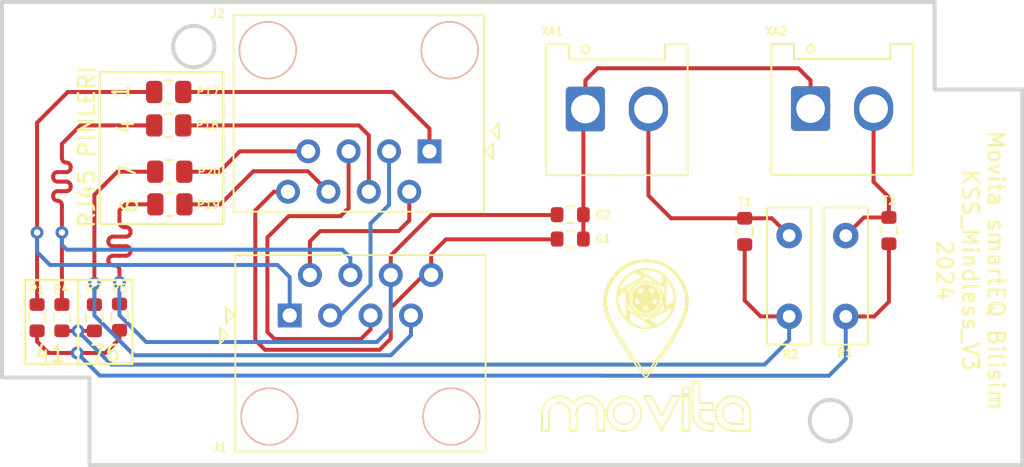
<source format=kicad_pcb>
(kicad_pcb (version 20240108) (generator "pcbnew") (generator_version "8.0")
  (layers (0 "F.Cu" signal) (31 "B.Cu" signal) (34 "B.Paste" user) (35 "F.Paste" user) (36 "B.SilkS" user "B.Silkscreen") (37 "F.SilkS" user "F.Silkscreen") (38 "B.Mask" user) (39 "F.Mask" user) (44 "Edge.Cuts" user))
  (net 0 "")
  (net 1 "Net-(J1-Pad1)")
  (net 2 "Net-(J1-Pad2)")
  (net 3 "Net-(J1-Pad3)")
  (net 4 "Net-(J1-Pad4)")
  (net 5 "Net-(J1-Pad5)")
  (net 6 "Net-(G1-Pad1)")
  (net 7 "Net-(J1-Pad7)")
  (net 8 "Net-(P1-Pad2)")
  (net 9 "Net-(R1-Pad1)")
  (net 10 "Net-(G1-Pad2)")
  (net 11 "Net-(G2-Pad1)")
  (net 12 "Net-(R2-Pad1)")
  (net 13 "Net-(J2-Pad1)")
  (net 14 "Net-(J2-Pad4)")
  (net 15 "Net-(J2-Pad7)")
  (net 16 "Net-(J2-Pad6)")
  (net 17 "Net-(P4-Pad2)")
  (footprint "Resistor_SMD:R_0805_2012Metric" (layer "F.Cu") (at 103.6425 81.71 180)
    (property "Reference" "P17")
    (property "Value" "0R")
  )
  (footprint "Resistor_THT:R_Box_L8.4mm_W2.5mm_P5.08mm" (layer "F.Cu") (at 142.62 90.73 -90)
    (property "Reference" "R2")
    (property "Value" "DNP" (hide yes))
  )
  (footprint "Resistor_SMD:R_0603_1608Metric" (layer "F.Cu") (at 98.97 95.895 -90)
    (property "Reference" "P7")
    (property "Value" "0R" (hide yes))
  )
  (footprint "Resistor_THT:R_Box_L8.4mm_W2.5mm_P5.08mm" (layer "F.Cu") (at 146.18 90.735 -90)
    (property "Reference" "R1")
    (property "Value" "DNP" (hide yes))
  )
  (footprint "Resistor_SMD:R_0603_1608Metric" (layer "F.Cu") (at 100.545 95.855 -90)
    (property "Reference" "P6")
    (property "Value" "0R" (hide yes))
  )
  (footprint "Resistor_SMD:R_0805_2012Metric" (layer "F.Cu") (at 103.6425 83.81 180)
    (property "Reference" "P18")
    (property "Value" "0R")
  )
  (footprint "Resistor_SMD:R_0603_1608Metric" (layer "F.Cu") (at 139.83 90.47 -90)
    (property "Reference" "T1")
    (property "Value" "22R" (hide yes))
  )
  (footprint "Resistor_SMD:R_0603_1608Metric" (layer "F.Cu") (at 148.89 90.42 -90)
    (property "Reference" "T2")
    (property "Value" "22R" (hide yes))
  )
  (footprint "Connector_Hirose:Hirose_DF63M-2P-3.96DSA_1x02_P3.96mm_Vertical" (layer "F.Cu") (at 129.8206 82.7794)
    (property "Reference" "XA1")
    (property "Value" "B2P-VH(LF)(SN) right Angle" (hide yes))
  )
  (footprint "Connector_RJ:RJ45_OST_PJ012-8P8CX_Vertical" (layer "F.Cu") (at 111.2425 95.75)
    (property "Reference" "J1")
    (property "Value" "RJ45" (hide yes))
  )
  (footprint "Connector_RJ:RJ45_OST_PJ012-8P8CX_Vertical" (layer "F.Cu") (at 120.0245 85.4386 180)
    (property "Reference" "J2")
    (property "Value" "RJ45" (hide yes))
  )
  (footprint "Resistor_SMD:R_0805_2012Metric" (layer "F.Cu") (at 103.715 88.77 180)
    (property "Reference" "P19")
    (property "Value" "0R")
  )
  (footprint "Connector_Hirose:Hirose_DF63M-2P-3.96DSA_1x02_P3.96mm_Vertical" (layer "F.Cu") (at 143.9672 82.754)
    (property "Reference" "XA2")
    (property "Value" "B2P-VH(LF)(SN) right Angle" (hide yes))
  )
  (footprint "Resistor_SMD:R_0805_2012Metric" (layer "F.Cu") (at 103.705 86.72 180)
    (property "Reference" "P20")
    (property "Value" "0R")
  )
  (footprint "Resistor_SMD:R_0603_1608Metric" (layer "F.Cu") (at 95.37 95.89 -90)
    (property "Reference" "P1")
    (property "Value" "DNP" (hide yes))
  )
  (footprint "Resistor_SMD:R_0603_1608Metric" (layer "F.Cu") (at 96.93 95.89 -90)
    (property "Reference" "P4")
    (property "Value" "DNP" (hide yes))
  )
  (footprint "Resistor_SMD:R_0603_1608Metric" (layer "F.Cu") (at 128.87 89.42)
    (property "Reference" "G2")
    (property "Value" "DNP" (hide yes))
  )
  (footprint "Resistor_SMD:R_0603_1608Metric" (layer "F.Cu") (at 128.87 90.95)
    (property "Reference" "G1")
    (property "Value" "0R" (hide yes))
  )
  (gr_curve (pts (xy 133.252839 101.4965) (xy 133.309251 101.627154) (xy 133.337472 101.768506) (xy 133.337472 101.920187)) (stroke (width 0.11)) (layer "F.SilkS"))
  (gr_line (start 135.937939 100.272107) (end 136.364116 100.272107) (stroke (width 0.11)) (layer "F.SilkS"))
  (gr_line (start 136.553149 99.954142) (end 136.984121 99.954142) (stroke (width 0.11)) (layer "F.SilkS"))
  (gr_line (start 133.541261 93.348666) (end 132.442234 93.952347) (stroke (width 0.11)) (layer "F.SilkS"))
  (gr_curve (pts (xy 139.862835 101.142967) (xy 139.961301 101.241464) (xy 140.038771 101.356009) (xy 140.095337 101.486786)) (stroke (width 0.11)) (layer "F.SilkS"))
  (gr_rect (start 94.6 93.53) (end 97.95 98.79) (stroke (width 0.15)) (fill none) (layer "F.SilkS"))
  (gr_line (start 133.625313 95.028282) (end 133.333358 95.37622) (stroke (width 0.11)) (layer "F.SilkS"))
  (gr_line (start 133.820916 94.935329) (end 134.099513 95.318785) (stroke (width 0.11)) (layer "F.SilkS"))
  (gr_curve (pts (xy 130.923639 101.486786) (xy 130.980082 101.617562) (xy 131.008426 101.758791) (xy 131.008426 101.910441)) (stroke (width 0.11)) (layer "F.SilkS"))
  (gr_curve (pts (xy 131.819493 94.302529) (xy 131.861763 94.10246) (xy 131.936558 93.90648) (xy 132.046922 93.722151)) (stroke (width 0.11)) (layer "F.SilkS"))
  (gr_line (start 135.937939 103) (end 135.937939 100.825832) (stroke (width 0.11)) (layer "F.SilkS"))
  (gr_curve (pts (xy 133.140387 92.920758) (xy 133.303563 92.877752) (xy 133.474703 92.855876) (xy 133.651028 92.858677)) (stroke (width 0.11)) (layer "F.SilkS"))
  (gr_curve (pts (xy 133.337472 101.920187) (xy 133.337472 102.068732) (xy 133.309251 102.2091) (xy 133.252839 102.341445)) (stroke (width 0.11)) (layer "F.SilkS"))
  (gr_circle (center 133.425933 94.616239) (end 133.454533 94.616239) (stroke (width 0.11)) (fill none) (layer "F.SilkS"))
  (gr_curve (pts (xy 133.781387 96.036458) (xy 134.031068 95.899312) (xy 134.803587 95.474977) (xy 134.803587 95.474977)) (stroke (width 0.11)) (layer "F.SilkS"))
  (gr_line (start 133.825783 94.9046) (end 134.130243 95.323652) (stroke (width 0.11)) (layer "F.SilkS"))
  (gr_curve (pts (xy 136.000872 96.005679) (xy 136.221791 95.494506) (xy 136.332637 94.972488) (xy 136.213721 94.41151)) (stroke (width 0.11)) (layer "F.SilkS"))
  (gr_circle (center 133.501125 94.864698) (end 133.540725 94.864698) (stroke (width 0.11)) (fill none) (layer "F.SilkS"))
  (gr_line (start 133.794286 94.469097) (end 133.755193 93.910045) (stroke (width 0.11)) (layer "F.SilkS"))
  (gr_curve (pts (xy 130.577423 101.910441) (xy 130.577423 101.820152) (xy 130.560484 101.735366) (xy 130.526514 101.656236)) (stroke (width 0.11)) (layer "F.SilkS"))
  (gr_curve (pts (xy 134.1316 101.113916) (xy 134.189733 101.225356) (xy 134.247743 101.338363) (xy 134.305969 101.452908)) (stroke (width 0.11)) (layer "F.SilkS"))
  (gr_curve (pts (xy 133.684888 99.358608) (xy 134.086932 98.808633) (xy 134.49992 98.266313) (xy 134.887669 97.706009)) (stroke (width 0.11)) (layer "F.SilkS"))
  (gr_line (start 134.391827 94.413655) (end 134.4126 94.477587) (stroke (width 0.11)) (layer "F.SilkS"))
  (gr_line (start 134.37601 94.63245) (end 133.954881 94.802598) (stroke (width 0.11)) (layer "F.SilkS"))
  (gr_line (start 132.860693 94.466117) (end 132.881466 94.402185) (stroke (width 0.11)) (layer "F.SilkS"))
  (gr_curve (pts (xy 137.034938 102.167076) (xy 137.068908 102.247897) (xy 137.115636 102.318019) (xy 137.175429 102.377689)) (stroke (width 0.11)) (layer "F.SilkS"))
  (gr_line (start 133.179083 95.325346) (end 133.160296 95.311696) (stroke (width 0.11)) (layer "F.SilkS"))
  (gr_curve (pts (xy 132.855714 102.17679) (xy 132.889561 102.096093) (xy 132.9065 102.010599) (xy 132.9065 101.920187)) (stroke (width 0.11)) (layer "F.SilkS"))
  (gr_circle (center 133.634783 94.688634) (end 133.712956 94.688634) (stroke (width 0.11)) (fill none) (layer "F.SilkS"))
  (gr_curve (pts (xy 139.09536 103) (xy 138.946815 103) (xy 138.806447 102.971779) (xy 138.674102 102.915214)) (stroke (width 0.11)) (layer "F.SilkS"))
  (gr_curve (pts (xy 132.995836 98.580589) (xy 133.201561 98.861356) (xy 133.415434 99.135851) (xy 133.63195 99.42166)) (stroke (width 0.11)) (layer "F.SilkS"))
  (gr_curve (pts (xy 134.620736 102.060555) (xy 134.669124 101.967007) (xy 134.724829 101.859656) (xy 134.787758 101.738594)) (stroke (width 0.11)) (layer "F.SilkS"))
  (gr_curve (pts (xy 135.421443 95.081993) (xy 135.379173 95.282062) (xy 135.304377 95.478043) (xy 135.194013 95.662372)) (stroke (width 0.11)) (layer "F.SilkS"))
  (gr_line (start 133.899201 94.573719) (end 134.391827 94.413655) (stroke (width 0.11)) (layer "F.SilkS"))
  (gr_line (start 132.854323 94.553495) (end 133.373933 94.763431) (stroke (width 0.11)) (layer "F.SilkS"))
  (gr_line (start 135.937939 100.825832) (end 136.364116 100.825832) (stroke (width 0.11)) (layer "F.SilkS"))
  (gr_curve (pts (xy 130.526514 101.656236) (xy 130.492636 101.577198) (xy 130.445816 101.507813) (xy 130.386146 101.447989)) (stroke (width 0.11)) (layer "F.SilkS"))
  (gr_curve (pts (xy 132.504701 102.527926) (xy 132.585276 102.493956) (xy 132.655522 102.447228) (xy 132.715315 102.387435)) (stroke (width 0.11)) (layer "F.SilkS"))
  (gr_line (start 135.264751 100.816118) (end 135.753733 100.816118) (stroke (width 0.11)) (layer "F.SilkS"))
  (gr_curve (pts (xy 136.637935 102.331699) (xy 136.58137 102.199386) (xy 136.553149 102.058987) (xy 136.553149 101.910441)) (stroke (width 0.11)) (layer "F.SilkS"))
  (gr_line (start 129.265138 103) (end 128.834135 103) (stroke (width 0.11)) (layer "F.SilkS"))
  (gr_curve (pts (xy 138.325488 102.680437) (xy 138.225361 102.580402) (xy 138.147061 102.464167) (xy 138.090619 102.331699)) (stroke (width 0.11)) (layer "F.SilkS"))
  (gr_curve (pts (xy 137.221419 102.915214) (xy 137.088982 102.858771) (xy 136.972839 102.780471) (xy 136.872804 102.680437)) (stroke (width 0.11)) (layer "F.SilkS"))
  (gr_curve (pts (xy 129.918867 100.825832) (xy 130.070548 100.825832) (xy 130.2119 100.854053) (xy 130.342554 100.910496)) (stroke (width 0.11)) (layer "F.SilkS"))
  (gr_line (start 134.4126 94.477587) (end 133.919974 94.637651) (stroke (width 0.11)) (layer "F.SilkS"))
  (gr_curve (pts (xy 133.63195 99.42166) (xy 133.657742 99.390918) (xy 133.672406 99.375547) (xy 133.684888 99.358608)) (stroke (width 0.11)) (layer "F.SilkS"))
  (gr_line (start 133.374092 94.562249) (end 133.353319 94.626181) (stroke (width 0.11)) (layer "F.SilkS"))
  (gr_line (start 133.607202 94.401647) (end 133.607202 93.883669) (stroke (width 0.11)) (layer "F.SilkS"))
  (gr_curve (pts (xy 134.974146 101.377867) (xy 135.035507 101.258372) (xy 135.09195 101.147793) (xy 135.143689 101.046191)) (stroke (width 0.11)) (layer "F.SilkS"))
  (gr_curve (pts (xy 132.671723 102.924928) (xy 132.540946 102.981494) (xy 132.399748 103.009715) (xy 132.247944 103.009715)) (stroke (width 0.11)) (layer "F.SilkS"))
  (gr_line (start 140.18 103) (end 139.09536 103) (stroke (width 0.11)) (layer "F.SilkS"))
  (gr_curve (pts (xy 127.175757 101.486786) (xy 127.232199 101.356009) (xy 127.309638 101.241464) (xy 127.408105 101.142967)) (stroke (width 0.11)) (layer "F.SilkS"))
  (gr_line (start 136.364116 100.825832) (end 136.364116 103) (stroke (width 0.11)) (layer "F.SilkS"))
  (gr_line (start 133.954881 94.802598) (end 134.195571 95.187782) (stroke (width 0.11)) (layer "F.SilkS"))
  (gr_line (start 134.802738 95.296296) (end 134.829449 94.04267) (stroke (width 0.11)) (layer "F.SilkS"))
  (gr_curve (pts (xy 132.437348 93.909545) (xy 132.437348 93.909545) (xy 132.040133 94.132909) (xy 131.880178 94.222855)) (stroke (width 0.11)) (layer "F.SilkS"))
  (gr_circle (center 133.84637 94.624647) (end 133.88597 94.624647) (stroke (width 0.11)) (fill none) (layer "F.SilkS"))
  (gr_line (start 136.984121 99.954142) (end 136.984121 101.261631) (stroke (width 0.11)) (layer "F.SilkS"))
  (gr_circle (center 133.639312 94.467629) (end 133.667912 94.467629) (stroke (width 0.11)) (fill none) (layer "F.SilkS"))
  (gr_curve (pts (xy 134.127626 96.440629) (xy 133.96445 96.483635) (xy 133.793309 96.505512) (xy 133.616985 96.50271)) (stroke (width 0.11)) (layer "F.SilkS"))
  (gr_curve (pts (xy 139.349597 101.307621) (xy 139.270467 101.273743) (xy 139.18568 101.256835) (xy 139.09536 101.256835)) (stroke (width 0.11)) (layer "F.SilkS"))
  (gr_arc (start 133.802837 93.960623) (mid 134.072015 94.086835) (end 134.275229 94.303838) (stroke (width 0.11)) (layer "F.SilkS"))
  (gr_curve (pts (xy 128.175579 100.825832) (xy 128.356435 100.825832) (xy 128.521919 100.865336) (xy 128.672032 100.944466)) (stroke (width 0.11)) (layer "F.SilkS"))
  (gr_curve (pts (xy 136.984121 101.910441) (xy 136.984121 102.000885) (xy 137.00106 102.086501) (xy 137.034938 102.167076)) (stroke (width 0.11)) (layer "F.SilkS"))
  (gr_curve (pts (xy 131.2571 93.783584) (xy 131.010617 94.304214) (xy 130.914522 94.850538) (xy 131.056131 95.422621)) (stroke (width 0.11)) (layer "F.SilkS"))
  (gr_line (start 135.753733 100.816118) (end 134.620736 102.995174) (stroke (width 0.11)) (layer "F.SilkS"))
  (gr_curve (pts (xy 134.687663 93.851137) (xy 134.44405 93.70348) (xy 133.690306 93.246627) (xy 133.690306 93.246627)) (stroke (width 0.11)) (layer "F.SilkS"))
  (gr_curve (pts (xy 136.213721 94.41151) (xy 135.977793 93.298009) (xy 135.082435 92.435543) (xy 133.996436 92.289157)) (stroke (width 0.11)) (layer "F.SilkS"))
  (gr_line (start 133.674424 93.883669) (end 133.674424 94.401647) (stroke (width 0.11)) (layer "F.SilkS"))
  (gr_curve (pts (xy 139.09536 101.256835) (xy 139.004948 101.256835) (xy 138.919331 101.273743) (xy 138.838757 101.307621)) (stroke (width 0.11)) (layer "F.SilkS"))
  (gr_curve (pts (xy 138.674102 102.915214) (xy 138.541666 102.858771) (xy 138.425399 102.780471) (xy 138.325488 102.680437)) (stroke (width 0.11)) (layer "F.SilkS"))
  (gr_curve (pts (xy 138.487621 101.656236) (xy 138.453743 101.735366) (xy 138.436805 101.820152) (xy 138.436805 101.910441)) (stroke (width 0.11)) (layer "F.SilkS"))
  (gr_curve (pts (xy 133.017939 102.690059) (xy 132.917782 102.790186) (xy 132.802499 102.868486) (xy 132.671723 102.924928)) (stroke (width 0.11)) (layer "F.SilkS"))
  (gr_curve (pts (xy 138.487621 102.167076) (xy 138.521591 102.247897) (xy 138.568319 102.318019) (xy 138.628112 102.377689)) (stroke (width 0.11)) (layer "F.SilkS"))
  (gr_curve (pts (xy 133.996436 92.289157) (xy 132.849139 92.134573) (xy 131.758072 92.725668) (xy 131.2571 93.783584)) (stroke (width 0.11)) (layer "F.SilkS"))
  (gr_curve (pts (xy 138.838757 102.518211) (xy 138.919331 102.552058) (xy 139.004948 102.568997) (xy 139.09536 102.568997)) (stroke (width 0.11)) (layer "F.SilkS"))
  (gr_curve (pts (xy 127.09097 101.910441) (xy 127.09097 101.758791) (xy 127.119191 101.617562) (xy 127.175757 101.486786)) (stroke (width 0.11)) (layer "F.SilkS"))
  (gr_curve (pts (xy 136.099704 94.398352) (xy 135.875011 93.337875) (xy 135.022288 92.516479) (xy 133.988004 92.377064)) (stroke (width 0.11)) (layer "F.SilkS"))
  (gr_curve (pts (xy 131.640297 102.17679) (xy 131.674175 102.257488) (xy 131.720995 102.327764) (xy 131.780696 102.387435)) (stroke (width 0.11)) (layer "F.SilkS"))
  (gr_curve (pts (xy 138.436805 101.910441) (xy 138.436805 102.000885) (xy 138.453743 102.086501) (xy 138.487621 102.167076)) (stroke (width 0.11)) (layer "F.SilkS"))
  (gr_curve (pts (xy 131.860742 94.460066) (xy 131.922217 94.427463) (xy 132.275627 94.240034) (xy 132.42541 94.160597)) (stroke (width 0.11)) (layer "F.SilkS"))
  (gr_curve (pts (xy 131.568484 96.326799) (xy 131.972219 97.12563) (xy 132.470117 97.862578) (xy 132.995836 98.580589)) (stroke (width 0.11)) (layer "F.SilkS"))
  (gr_curve (pts (xy 131.640297 101.66595) (xy 131.606327 101.74508) (xy 131.589388 101.829867) (xy 131.589388 101.920187)) (stroke (width 0.11)) (layer "F.SilkS"))
  (gr_line (start 133.674424 94.401647) (end 133.607202 94.401647) (stroke (width 0.11)) (layer "F.SilkS"))
  (gr_line (start 134.338056 94.33352) (end 133.794286 94.469097) (stroke (width 0.11)) (layer "F.SilkS"))
  (gr_line (start 133.802129 94.948979) (end 133.820916 94.935329) (stroke (width 0.11)) (layer "F.SilkS"))
  (gr_line (start 136.984121 101.261631) (end 137.855719 101.261631) (stroke (width 0.11)) (layer "F.SilkS"))
  (gr_curve (pts (xy 131.248121 102.341445) (xy 131.191556 102.2091) (xy 131.163335 102.068732) (xy 131.163335 101.920187)) (stroke (width 0.11)) (layer "F.SilkS"))
  (gr_line (start 132.540015 95.439184) (end 133.612331 96.089129) (stroke (width 0.11)) (layer "F.SilkS"))
  (gr_curve (pts (xy 129.456415 101.447989) (xy 129.396622 101.507813) (xy 129.349894 101.577198) (xy 129.316047 101.656236)) (stroke (width 0.11)) (layer "F.SilkS"))
  (gr_curve (pts (xy 131.780696 101.457734) (xy 131.720995 101.517528) (xy 131.674175 101.586943) (xy 131.640297 101.66595)) (stroke (width 0.11)) (layer "F.SilkS"))
  (gr_line (start 133.373933 94.763431) (end 133.076957 95.238692) (stroke (width 0.11)) (layer "F.SilkS"))
  (gr_line (start 133.34637 94.576374) (end 133.339194 94.598459) (stroke (width 0.11)) (layer "F.SilkS"))
  (gr_line (start 129.265138 101.910441) (end 129.265138 103) (stroke (width 0.11)) (layer "F.SilkS"))
  (gr_curve (pts (xy 138.005832 101.910441) (xy 138.005832 101.758791) (xy 138.034053 101.617562) (xy 138.090619 101.486786)) (stroke (width 0.11)) (layer "F.SilkS"))
  (gr_circle (center 133.425933 94.616239) (end 133.465533 94.616239) (stroke (width 0.11)) (fill none) (layer "F.SilkS"))
  (gr_curve (pts (xy 133.616985 96.50271) (xy 133.217791 96.496349) (xy 132.846238 96.365762) (xy 132.557364 96.149001)) (stroke (width 0.11)) (layer "F.SilkS"))
  (gr_line (start 132.92642 92.963561) (end 133.541261 93.348666) (stroke (width 0.11)) (layer "F.SilkS"))
  (gr_curve (pts (xy 135.360757 95.161667) (xy 135.316413 95.324485) (xy 135.249789 95.483635) (xy 135.1592 95.634936)) (stroke (width 0.11)) (layer "F.SilkS"))
  (gr_curve (pts (xy 137.175429 102.377689) (xy 137.23513 102.437513) (xy 137.305375 102.484333) (xy 137.386073 102.518211)) (stroke (width 0.11)) (layer "F.SilkS"))
  (gr_line (start 133.926923 94.587844) (end 134.377702 94.441377) (stroke (width 0.11)) (layer "F.SilkS"))
  (gr_curve (pts (xy 132.431973 96.058159) (xy 132.279843 95.921518) (xy 132.147517 95.758753) (xy 132.043065 95.57101)) (stroke (width 0.11)) (layer "F.SilkS"))
  (gr_curve (pts (xy 132.084232 95.554579) (xy 131.890144 95.205686) (xy 131.817459 94.818619) (xy 131.860742 94.460066)) (stroke (width 0.11)) (layer "F.SilkS"))
  (gr_curve (pts (xy 129.0473 101.266427) (xy 129.147335 101.130855) (xy 129.273162 101.023626) (xy 129.424966 100.944466)) (stroke (width 0.11)) (layer "F.SilkS"))
  (gr_line (start 135.443669 94.956381) (end 134.802738 95.296296) (stroke (width 0.11)) (layer "F.SilkS"))
  (gr_line (start 132.513924 96.164204) (end 132.540015 95.439184) (stroke (width 0.11)) (layer "F.SilkS"))
  (gr_curve (pts (xy 134.323068 96.37574) (xy 134.264096 96.338803) (xy 133.925073 96.126456) (xy 133.781387 96.036458)) (stroke (width 0.11)) (layer "F.SilkS"))
  (gr_curve (pts (xy 127.408105 101.142967) (xy 127.506602 101.0445) (xy 127.621977 100.967061) (xy 127.754321 100.910496)) (stroke (width 0.11)) (layer "F.SilkS"))
  (gr_rect (start 97.95 93.53) (end 101.36 98.79) (stroke (width 0.15)) (fill none) (layer "F.SilkS"))
  (gr_line (start 133.492381 100.816118) (end 133.976691 100.816118) (stroke (width 0.11)) (layer "F.SilkS"))
  (gr_line (start 133.514373 93.910045) (end 133.47528 94.469097) (stroke (width 0.11)) (layer "F.SilkS"))
  (gr_rect (start 99.3 80.47) (end 107.07 90) (stroke (width 0.15)) (fill none) (layer "F.SilkS"))
  (gr_line (start 134.754089 93.197183) (end 134.727998 93.922203) (stroke (width 0.11)) (layer "F.SilkS"))
  (gr_curve (pts (xy 132.247944 103.009715) (xy 132.099522 103.009715) (xy 131.959031 102.981494) (xy 131.826686 102.924928)) (stroke (width 0.11)) (layer "F.SilkS"))
  (gr_curve (pts (xy 127.754321 100.910496) (xy 127.886666 100.854053) (xy 128.027157 100.825832) (xy 128.175579 100.825832)) (stroke (width 0.11)) (layer "F.SilkS"))
  (gr_line (start 133.834521 94.413719) (end 134.275229 94.303838) (stroke (width 0.11)) (layer "F.SilkS"))
  (gr_line (start 133.265084 95.389135) (end 133.625313 94.959831) (stroke (width 0.11)) (layer "F.SilkS"))
  (gr_arc (start 133.985542 95.389135) (mid 133.625313 95.476313) (end 133.265084 95.389135) (stroke (width 0.11)) (layer "F.SilkS"))
  (gr_line (start 133.629202 94.379647) (end 133.629202 93.905669) (stroke (width 0.11)) (layer "F.SilkS"))
  (gr_line (start 140.18 101.910441) (end 140.18 103) (stroke (width 0.11)) (layer "F.SilkS"))
  (gr_line (start 133.353319 94.626181) (end 132.860693 94.466117) (stroke (width 0.11)) (layer "F.SilkS"))
  (gr_circle (center 133.84637 94.624647) (end 133.87497 94.624647) (stroke (width 0.11)) (fill none) (layer "F.SilkS"))
  (gr_line (start 133.934099 94.609929) (end 133.926923 94.587844) (stroke (width 0.11)) (layer "F.SilkS"))
  (gr_curve (pts (xy 129.664661 101.307621) (xy 129.585531 101.341468) (xy 129.516116 101.388319) (xy 129.456415 101.447989)) (stroke (width 0.11)) (layer "F.SilkS"))
  (gr_curve (pts (xy 133.459548 93.348064) (xy 133.209867 93.485211) (xy 132.437348 93.909545) (xy 132.437348 93.909545)) (stroke (width 0.11)) (layer "F.SilkS"))
  (gr_line (start 133.438893 94.92824) (end 133.45768 94.94189) (stroke (width 0.11)) (layer "F.SilkS"))
  (gr_line (start 133.629202 93.905669) (end 133.652424 93.905669) (stroke (width 0.11)) (layer "F.SilkS"))
  (gr_curve (pts (xy 131.480469 102.690059) (xy 131.382003 102.590025) (xy 131.304533 102.473881) (xy 131.248121 102.341445)) (stroke (width 0.11)) (layer "F.SilkS"))
  (gr_circle (center 133.634783 94.688634) (end 134.721788 94.688634) (stroke (width 0.11)) (fill none) (layer "F.SilkS"))
  (gr_curve (pts (xy 138.628112 102.377689) (xy 138.687782 102.437513) (xy 138.757936 102.484333) (xy 138.838757 102.518211)) (stroke (width 0.11)) (layer "F.SilkS"))
  (gr_curve (pts (xy 133.651028 92.858677) (xy 134.050222 92.865039) (xy 134.421775 92.995625) (xy 134.710649 93.212386)) (stroke (width 0.11)) (layer "F.SilkS"))
  (gr_arc (start 134.37601 94.63245) (mid 134.33915 94.927454) (end 134.195571 95.187782) (stroke (width 0.11)) (layer "F.SilkS"))
  (gr_curve (pts (xy 134.226969 96.453348) (xy 134.032569 96.516775) (xy 133.825447 96.549991) (xy 133.610631 96.546577)) (stroke (width 0.11)) (layer "F.SilkS"))
  (gr_curve (pts (xy 131.99131 102.527926) (xy 132.072007 102.561803) (xy 132.157624 102.578742) (xy 132.247944 102.578742)) (stroke (width 0.11)) (layer "F.SilkS"))
  (gr_line (start 133.47528 94.469097) (end 132.93151 94.33352) (stroke (width 0.11)) (layer "F.SilkS"))
  (gr_curve (pts (xy 128.783349 101.656236) (xy 128.749471 101.577198) (xy 128.702651 101.507813) (xy 128.64295 101.447989)) (stroke (width 0.11)) (layer "F.SilkS"))
  (gr_curve (pts (xy 138.674102 100.910496) (xy 138.806447 100.854053) (xy 138.946815 100.825832) (xy 139.09536 100.825832)) (stroke (width 0.11)) (layer "F.SilkS"))
  (gr_curve (pts (xy 132.247944 101.266427) (xy 132.157624 101.266427) (xy 132.072007 101.283366) (xy 131.99131 101.317336)) (stroke (width 0.11)) (layer "F.SilkS"))
  (gr_curve (pts (xy 132.557364 96.149001) (xy 132.559866 96.079461) (xy 132.574253 95.679685) (xy 132.58035 95.51025)) (stroke (width 0.11)) (layer "F.SilkS"))
  (gr_circle (center 133.634783 94.688634) (end 133.700783 94.688634) (stroke (width 0.11)) (fill none) (layer "F.SilkS"))
  (gr_curve (pts (xy 134.887669 97.706009) (xy 135.277478 97.142662) (xy 135.623203 96.550294) (xy 135.896991 95.916608)) (stroke (width 0.11)) (layer "F.SilkS"))
  (gr_curve (pts (xy 132.046922 93.722151) (xy 132.260917 93.364775) (xy 132.576976 93.10107) (xy 132.92642 92.963561)) (stroke (width 0.11)) (layer "F.SilkS"))
  (gr_line (start 134.620736 102.995174) (end 133.492381 100.816118) (stroke (width 0.11)) (layer "F.SilkS"))
  (gr_curve (pts (xy 132.715315 102.387435) (xy 132.775016 102.327764) (xy 132.821836 102.257488) (xy 132.855714 102.17679)) (stroke (width 0.11)) (layer "F.SilkS"))
  (gr_curve (pts (xy 134.844115 95.225832) (xy 134.850184 94.941028) (xy 134.868959 94.05984) (xy 134.868959 94.05984)) (stroke (width 0.11)) (layer "F.SilkS"))
  (gr_curve (pts (xy 139.519047 100.910496) (xy 139.649792 100.967061) (xy 139.764368 101.0445) (xy 139.862835 101.142967)) (stroke (width 0.11)) (layer "F.SilkS"))
  (gr_curve (pts (xy 135.143689 101.046191) (xy 135.195212 100.944466) (xy 135.235699 100.867734) (xy 135.264751 100.816118)) (stroke (width 0.11)) (layer "F.SilkS"))
  (gr_line (start 134.727998 93.922203) (end 133.655681 93.272258) (stroke (width 0.11)) (layer "F.SilkS"))
  (gr_curve (pts (xy 134.941084 97.884549) (xy 135.350383 97.293034) (xy 135.713394 96.671048) (xy 136.000872 96.005679)) (stroke (width 0.11)) (layer "F.SilkS"))
  (gr_curve (pts (xy 138.838757 101.307621) (xy 138.757936 101.341468) (xy 138.687782 101.388319) (xy 138.628112 101.447989)) (stroke (width 0.11)) (layer "F.SilkS"))
  (gr_curve (pts (xy 131.187713 95.361315) (xy 131.271639 95.700307) (xy 131.412038 96.01735) (xy 131.568484 96.326799)) (stroke (width 0.11)) (layer "F.SilkS"))
  (gr_line (start 127.09097 103) (end 127.09097 101.910441) (stroke (width 0.11)) (layer "F.SilkS"))
  (gr_line (start 136.364116 103) (end 135.937939 103) (stroke (width 0.11)) (layer "F.SilkS"))
  (gr_curve (pts (xy 129.424966 100.944466) (xy 129.576616 100.865336) (xy 129.74127 100.825832) (xy 129.918867 100.825832)) (stroke (width 0.11)) (layer "F.SilkS"))
  (gr_line (start 133.308832 94.784584) (end 132.887704 94.614437) (stroke (width 0.11)) (layer "F.SilkS"))
  (gr_line (start 132.994335 94.303837) (end 133.435046 94.413719) (stroke (width 0.11)) (layer "F.SilkS"))
  (gr_curve (pts (xy 131.780696 102.387435) (xy 131.840366 102.447228) (xy 131.910612 102.493956) (xy 131.99131 102.527926)) (stroke (width 0.11)) (layer "F.SilkS"))
  (gr_line (start 135.937939 103) (end 135.937939 100.825832) (stroke (width 0.11)) (layer "F.SilkS"))
  (gr_line (start 139.74912 102.568997) (end 139.74912 101.910441) (stroke (width 0.11)) (layer "F.SilkS"))
  (gr_line (start 136.984121 101.692604) (end 136.984121 101.910441) (stroke (width 0.11)) (layer "F.SilkS"))
  (gr_arc (start 133.068141 95.169769) (mid 132.924565 94.90944) (end 132.887704 94.614437) (stroke (width 0.11)) (layer "F.SilkS"))
  (gr_line (start 132.881466 94.402185) (end 133.374092 94.562249) (stroke (width 0.11)) (layer "F.SilkS"))
  (gr_curve (pts (xy 127.921374 101.307621) (xy 127.842244 101.341468) (xy 127.772951 101.388319) (xy 127.71325 101.447989)) (stroke (width 0.11)) (layer "F.SilkS"))
  (gr_line (start 133.655681 93.272258) (end 133.041044 92.90804) (stroke (width 0.11)) (layer "F.SilkS"))
  (gr_curve (pts (xy 131.589388 101.920187) (xy 131.589388 102.010599) (xy 131.606327 102.096093) (xy 131.640297 102.17679)) (stroke (width 0.11)) (layer "F.SilkS"))
  (gr_curve (pts (xy 131.056131 95.422621) (xy 131.144253 95.778563) (xy 131.291671 96.111457) (xy 131.45594 96.436379)) (stroke (width 0.11)) (layer "F.SilkS"))
  (gr_curve (pts (xy 135.185293 93.831849) (xy 135.379381 94.180743) (xy 135.452067 94.56781) (xy 135.408783 94.926363)) (stroke (width 0.11)) (layer "F.SilkS"))
  (gr_curve (pts (xy 131.826686 102.924928) (xy 131.694342 102.868486) (xy 131.578936 102.790186) (xy 131.480469 102.690059)) (stroke (width 0.11)) (layer "F.SilkS"))
  (gr_curve (pts (xy 133.017939 101.152712) (xy 133.117974 101.251179) (xy 133.196274 101.365754) (xy 133.252839 101.4965)) (stroke (width 0.11)) (layer "F.SilkS"))
  (gr_curve (pts (xy 139.557812 101.447989) (xy 139.498019 101.388319) (xy 139.428604 101.341468) (xy 139.349597 101.307621)) (stroke (width 0.11)) (layer "F.SilkS"))
  (gr_curve (pts (xy 128.672032 100.944466) (xy 128.822115 101.023626) (xy 128.947142 101.130855) (xy 129.0473 101.266427)) (stroke (width 0.11)) (layer "F.SilkS"))
  (gr_curve (pts (xy 130.175501 101.307621) (xy 130.094804 101.273743) (xy 130.009187 101.256835) (xy 129.918867 101.256835)) (stroke (width 0.11)) (layer "F.SilkS"))
  (gr_curve (pts (xy 132.671723 100.92021) (xy 132.802499 100.976776) (xy 132.917782 101.054245) (xy 133.017939 101.152712)) (stroke (width 0.11)) (layer "F.SilkS"))
  (gr_curve (pts (xy 133.252839 102.341445) (xy 133.196274 102.473881) (xy 133.117974 102.590025) (xy 133.017939 102.690059)) (stroke (width 0.11)) (layer "F.SilkS"))
  (gr_line (start 131.008426 101.910441) (end 131.008426 103) (stroke (width 0.11)) (layer "F.SilkS"))
  (gr_curve (pts (xy 133.690306 93.246627) (xy 133.690306 93.246627) (xy 133.29826 93.01431) (xy 133.140387 92.920758)) (stroke (width 0.11)) (layer "F.SilkS"))
  (gr_curve (pts (xy 131.45594 96.436379) (xy 131.879861 97.275152) (xy 132.402654 98.048947) (xy 132.954659 98.802858)) (stroke (width 0.11)) (layer "F.SilkS"))
  (gr_curve (pts (xy 134.803587 95.474977) (xy 134.803587 95.474977) (xy 135.200802 95.251614) (xy 135.360757 95.161667)) (stroke (width 0.11)) (layer "F.SilkS"))
  (gr_line (start 133.068141 95.169769) (end 133.308832 94.784584) (stroke (width 0.11)) (layer "F.SilkS"))
  (gr_line (start 137.855719 103) (end 137.642677 103) (stroke (width 0.11)) (layer "F.SilkS"))
  (gr_curve (pts (xy 135.1592 95.634936) (xy 134.954094 95.977468) (xy 134.655226 96.233948) (xy 134.323068 96.37574)) (stroke (width 0.11)) (layer "F.SilkS"))
  (gr_line (start 133.7714 94.944112) (end 133.825783 94.9046) (stroke (width 0.11)) (layer "F.SilkS"))
  (gr_curve (pts (xy 132.504701 101.317336) (xy 132.424004 101.283366) (xy 132.338356 101.266427) (xy 132.247944 101.266427)) (stroke (width 0.11)) (layer "F.SilkS"))
  (gr_curve (pts (xy 128.64295 101.447989) (xy 128.583157 101.388319) (xy 128.512911 101.341468) (xy 128.432337 101.307621)) (stroke (width 0.11)) (layer "F.SilkS"))
  (gr_line (start 136.553149 101.910441) (end 136.553149 99.954142) (stroke (width 0.11)) (layer "F.SilkS"))
  (gr_curve (pts (xy 131.826686 100.92021) (xy 131.959031 100.863768) (xy 132.099522 100.835455) (xy 132.247944 100.835455)) (stroke (width 0.11)) (layer "F.SilkS"))
  (gr_line (start 133.129566 95.316563) (end 133.434026 94.897511) (stroke (width 0.11)) (layer "F.SilkS"))
  (gr_curve (pts (xy 131.248121 101.4965) (xy 131.304533 101.365754) (xy 131.382003 101.251179) (xy 131.480469 101.152712)) (stroke (width 0.11)) (layer "F.SilkS"))
  (gr_curve (pts (xy 134.876209 93.420662) (xy 134.995042 93.540474) (xy 135.099558 93.677747) (xy 135.185293 93.831849)) (stroke (width 0.11)) (layer "F.SilkS"))
  (gr_curve (pts (xy 129.918867 101.256835) (xy 129.828455 101.256835) (xy 129.743668 101.273743) (xy 129.664661 101.307621)) (stroke (width 0.11)) (layer "F.SilkS"))
  (gr_curve (pts (xy 133.657381 92.81481) (xy 134.073875 92.821447) (xy 134.46028 92.96331) (xy 134.754089 93.197183)) (stroke (width 0.11)) (layer "F.SilkS"))
  (gr_line (start 132.440077 95.343758) (end 132.431973 96.058159) (stroke (width 0.11)) (layer "F.SilkS"))
  (gr_line (start 136.364116 100.68279) (end 135.937939 100.68279) (stroke (width 0.11)) (layer "F.SilkS"))
  (gr_circle (center 133.634783 94.688634) (end 134.470783 94.688634) (stroke (width 0.11)) (fill none) (layer "F.SilkS"))
  (gr_curve (pts (xy 131.163335 101.920187) (xy 131.163335 101.768506) (xy 131.191556 101.627154) (xy 131.248121 101.4965)) (stroke (width 0.11)) (layer "F.SilkS"))
  (gr_curve (pts (xy 139.698211 101.656236) (xy 139.664333 101.577198) (xy 139.617513 101.507813) (xy 139.557812 101.447989)) (stroke (width 0.11)) (layer "F.SilkS"))
  (gr_curve (pts (xy 130.688739 101.142967) (xy 130.788774 101.241464) (xy 130.867074 101.356009) (xy 130.923639 101.486786)) (stroke (width 0.11)) (layer "F.SilkS"))
  (gr_curve (pts (xy 137.386073 102.518211) (xy 137.466648 102.552058) (xy 137.552264 102.568997) (xy 137.642677 102.568997)) (stroke (width 0.11)) (layer "F.SilkS"))
  (gr_line (start 137.642677 102.568997) (end 137.855719 102.568997) (stroke (width 0.11)) (layer "F.SilkS"))
  (gr_circle (center 133.761022 94.870092) (end 133.800622 94.870092) (stroke (width 0.11)) (fill none) (layer "F.SilkS"))
  (gr_line (start 130.577423 103) (end 130.577423 101.910441) (stroke (width 0.11)) (layer "F.SilkS"))
  (gr_arc (start 133.917268 95.376221) (mid 133.625313 95.432327) (end 133.333358 95.37622) (stroke (width 0.11)) (layer "F.SilkS"))
  (gr_curve (pts (xy 133.988004 92.377064) (xy 132.89534 92.229841) (xy 131.856229 92.792789) (xy 131.379113 93.800328)) (stroke (width 0.11)) (layer "F.SilkS"))
  (gr_curve (pts (xy 132.081735 93.749586) (xy 132.286842 93.407055) (xy 132.585709 93.150574) (xy 132.917867 93.008782)) (stroke (width 0.11)) (layer "F.SilkS"))
  (gr_curve (pts (xy 134.868959 94.05984) (xy 134.868959 94.05984) (xy 134.874128 93.60416) (xy 134.876209 93.420662)) (stroke (width 0.11)) (layer "F.SilkS"))
  (gr_line (start 134.075859 95.363164) (end 133.7714 94.944112) (stroke (width 0.11)) (layer "F.SilkS"))
  (gr_curve (pts (xy 132.247944 100.835455) (xy 132.399748 100.835455) (xy 132.540946 100.863768) (xy 132.671723 100.92021)) (stroke (width 0.11)) (layer "F.SilkS"))
  (gr_line (start 133.917268 95.376221) (end 133.625313 95.028282) (stroke (width 0.11)) (layer "F.SilkS"))
  (gr_line (start 133.607202 93.883669) (end 133.674424 93.883669) (stroke (width 0.11)) (layer "F.SilkS"))
  (gr_curve (pts (xy 140.095337 101.486786) (xy 140.151779 101.617562) (xy 140.18 101.758791) (xy 140.18 101.910441)) (stroke (width 0.11)) (layer "F.SilkS"))
  (gr_curve (pts (xy 132.043065 95.57101) (xy 131.840566 95.206997) (xy 131.77022 94.80143) (xy 131.825856 94.430047)) (stroke (width 0.11)) (layer "F.SilkS"))
  (gr_line (start 133.339194 94.598459) (end 132.888415 94.451992) (stroke (width 0.11)) (layer "F.SilkS"))
  (gr_curve (pts (xy 135.408783 94.926363) (xy 135.347308 94.958965) (xy 134.993899 95.146395) (xy 134.844115 95.225832)) (stroke (width 0.11)) (layer "F.SilkS"))
  (gr_curve (pts (xy 133.678164 99.619778) (xy 134.10031 99.042305) (xy 134.533948 98.472869) (xy 134.941084 97.884549)) (stroke (width 0.11)) (layer "F.SilkS"))
  (gr_curve (pts (xy 132.400567 95.326588) (xy 132.400567 95.326588) (xy 132.395398 95.782269) (xy 132.393316 95.965767)) (stroke (width 0.11)) (layer "F.SilkS"))
  (gr_curve (pts (xy 128.175579 101.256835) (xy 128.085167 101.256835) (xy 128.000503 101.273743) (xy 127.921374 101.307621)) (stroke (width 0.11)) (layer "F.SilkS"))
  (gr_curve (pts (xy 133.976691 100.816118) (xy 134.021851 100.903302) (xy 134.073497 101.002599) (xy 134.1316 101.113916)) (stroke (width 0.11)) (layer "F.SilkS"))
  (gr_curve (pts (xy 134.837552 93.328269) (xy 134.989682 93.464911) (xy 135.122008 93.627676) (xy 135.22646 93.815418)) (stroke (width 0.11)) (layer "F.SilkS"))
  (gr_curve (pts (xy 138.090619 101.486786) (xy 138.147061 101.356009) (xy 138.225361 101.241464) (xy 138.325488 101.142967)) (stroke (width 0.11)) (layer "F.SilkS"))
  (gr_line (start 131.008426 103) (end 130.577423 103) (stroke (width 0.11)) (layer "F.SilkS"))
  (gr_curve (pts (xy 132.855714 101.66595) (xy 132.821836 101.586943) (xy 132.775016 101.517528) (xy 132.715315 101.457734)) (stroke (width 0.11)) (layer "F.SilkS"))
  (gr_arc (start 134.40939 94.571509) (mid 134.381005 94.941054) (end 134.186756 95.256706) (stroke (width 0.11)) (layer "F.SilkS"))
  (gr_line (start 127.521973 101.910441) (end 127.521973 103) (stroke (width 0.11)) (layer "F.SilkS"))
  (gr_curve (pts (xy 128.432337 101.307621) (xy 128.351516 101.273743) (xy 128.266022 101.256835) (xy 128.175579 101.256835)) (stroke (width 0.11)) (layer "F.SilkS"))
  (gr_line (start 133.652424 94.379647) (end 133.629202 94.379647) (stroke (width 0.11)) (layer "F.SilkS"))
  (gr_curve (pts (xy 131.880178 94.222855) (xy 131.924522 94.060037) (xy 131.991147 93.900887) (xy 132.081735 93.749586)) (stroke (width 0.11)) (layer "F.SilkS"))
  (gr_curve (pts (xy 138.628112 101.447989) (xy 138.568319 101.507813) (xy 138.521591 101.577198) (xy 138.487621 101.656236)) (stroke (width 0.11)) (layer "F.SilkS"))
  (gr_curve (pts (xy 135.194013 95.662372) (xy 134.980018 96.019748) (xy 134.663959 96.283453) (xy 134.314515 96.420962)) (stroke (width 0.11)) (layer "F.SilkS"))
  (gr_curve (pts (xy 132.393316 95.965767) (xy 132.274484 95.845955) (xy 132.169968 95.708681) (xy 132.084232 95.554579)) (stroke (width 0.11)) (layer "F.SilkS"))
  (gr_line (start 134.384878 94.463462) (end 133.934099 94.609929) (stroke (width 0.11)) (layer "F.SilkS"))
  (gr_circle (center 133.501125 94.864698) (end 133.529725 94.864698) (stroke (width 0.11)) (fill none) (layer "F.SilkS"))
  (gr_line (start 136.364116 100.272107) (end 136.364116 100.68279) (stroke (width 0.11)) (layer "F.SilkS"))
  (gr_line (start 134.377702 94.441377) (end 134.384878 94.463462) (stroke (width 0.11)) (layer "F.SilkS"))
  (gr_circle (center 133.761022 94.870092) (end 133.789622 94.870092) (stroke (width 0.11)) (fill none) (layer "F.SilkS"))
  (gr_line (start 133.652424 93.905669) (end 133.652424 94.379647) (stroke (width 0.11)) (layer "F.SilkS"))
  (gr_curve (pts (xy 133.610631 96.546577) (xy 133.194137 96.53994) (xy 132.807733 96.398078) (xy 132.513924 96.164204)) (stroke (width 0.11)) (layer "F.SilkS"))
  (gr_curve (pts (xy 132.917867 93.008782) (xy 132.976839 93.045719) (xy 133.315862 93.258067) (xy 133.459548 93.348064)) (stroke (width 0.11)) (layer "F.SilkS"))
  (gr_line (start 133.802837 93.960623) (end 133.834521 94.413719) (stroke (width 0.11)) (layer "F.SilkS"))
  (gr_line (start 134.798702 95.432176) (end 135.421443 95.081993) (stroke (width 0.11)) (layer "F.SilkS"))
  (gr_curve (pts (xy 134.710649 93.212386) (xy 134.708146 93.281926) (xy 134.69376 93.681703) (xy 134.687663 93.851137)) (stroke (width 0.11)) (layer "F.SilkS"))
  (gr_line (start 127.521973 103) (end 127.09097 103) (stroke (width 0.11)) (layer "F.SilkS"))
  (gr_line (start 133.18395 95.356075) (end 133.129566 95.316563) (stroke (width 0.11)) (layer "F.SilkS"))
  (gr_line (start 133.45768 94.94189) (end 133.179083 95.325346) (stroke (width 0.11)) (layer "F.SilkS"))
  (gr_curve (pts (xy 135.896991 95.916608) (xy 136.107389 95.429778) (xy 136.212958 94.932618) (xy 136.099704 94.398352)) (stroke (width 0.11)) (layer "F.SilkS"))
  (gr_curve (pts (xy 137.642677 103) (xy 137.494131 103) (xy 137.353763 102.971779) (xy 137.221419 102.915214)) (stroke (width 0.11)) (layer "F.SilkS"))
  (gr_curve (pts (xy 138.325488 101.142967) (xy 138.425399 101.0445) (xy 138.541666 100.967061) (xy 138.674102 100.910496)) (stroke (width 0.11)) (layer "F.SilkS"))
  (gr_curve (pts (xy 127.572759 101.656236) (xy 127.538881 101.735366) (xy 127.521973 101.820152) (xy 127.521973 101.910441)) (stroke (width 0.11)) (layer "F.SilkS"))
  (gr_line (start 133.625313 94.959831) (end 133.985542 95.389135) (stroke (width 0.11)) (layer "F.SilkS"))
  (gr_line (start 128.834135 103) (end 128.834135 101.910441) (stroke (width 0.11)) (layer "F.SilkS"))
  (gr_curve (pts (xy 129.316047 101.656236) (xy 129.282046 101.735366) (xy 129.265138 101.820152) (xy 129.265138 101.910441)) (stroke (width 0.11)) (layer "F.SilkS"))
  (gr_curve (pts (xy 134.477816 101.784614) (xy 134.534259 101.891105) (xy 134.58194 101.983116) (xy 134.620736 102.060555)) (stroke (width 0.11)) (layer "F.SilkS"))
  (gr_arc (start 133.755193 93.910045) (mid 134.097879 94.051237) (end 134.338056 94.33352) (stroke (width 0.11)) (layer "F.SilkS"))
  (gr_curve (pts (xy 127.71325 101.447989) (xy 127.653457 101.507813) (xy 127.606606 101.577198) (xy 127.572759 101.656236)) (stroke (width 0.11)) (layer "F.SilkS"))
  (gr_line (start 134.130243 95.323652) (end 134.075859 95.363164) (stroke (width 0.11)) (layer "F.SilkS"))
  (gr_line (start 132.466787 94.090132) (end 132.440077 95.343758) (stroke (width 0.11)) (layer "F.SilkS"))
  (gr_line (start 133.699674 96.035857) (end 134.798702 95.432176) (stroke (width 0.11)) (layer "F.SilkS"))
  (gr_curve (pts (xy 135.22646 93.815418) (xy 135.428959 94.179431) (xy 135.499305 94.584999) (xy 135.443669 94.956381)) (stroke (width 0.11)) (layer "F.SilkS"))
  (gr_circle (center 133.634783 94.688634) (end 134.679491 94.688634) (stroke (width 0.11)) (fill none) (layer "F.SilkS"))
  (gr_curve (pts (xy 133.041044 92.90804) (xy 133.235444 92.844612) (xy 133.442566 92.811397) (xy 133.657381 92.81481)) (stroke (width 0.11)) (layer "F.SilkS"))
  (gr_curve (pts (xy 130.342554 100.910496) (xy 130.473299 100.967061) (xy 130.588705 101.0445) (xy 130.688739 101.142967)) (stroke (width 0.11)) (layer "F.SilkS"))
  (gr_line (start 137.855719 101.692604) (end 136.984121 101.692604) (stroke (width 0.11)) (layer "F.SilkS"))
  (gr_line (start 137.855719 102.568997) (end 137.855719 103) (stroke (width 0.11)) (layer "F.SilkS"))
  (gr_curve (pts (xy 134.305969 101.452908) (xy 134.363979 101.567484) (xy 134.421251 101.678093) (xy 134.477816 101.784614)) (stroke (width 0.11)) (layer "F.SilkS"))
  (gr_curve (pts (xy 136.872804 102.680437) (xy 136.772678 102.580402) (xy 136.694378 102.464167) (xy 136.637935 102.331699)) (stroke (width 0.11)) (layer "F.SilkS"))
  (gr_curve (pts (xy 134.787758 101.738594) (xy 134.850686 101.617562) (xy 134.912785 101.497361) (xy 134.974146 101.377867)) (stroke (width 0.11)) (layer "F.SilkS"))
  (gr_curve (pts (xy 132.58035 95.51025) (xy 132.823963 95.657907) (xy 133.577707 96.114761) (xy 133.577707 96.114761)) (stroke (width 0.11)) (layer "F.SilkS"))
  (gr_line (start 133.435046 94.413719) (end 133.466729 93.960624) (stroke (width 0.11)) (layer "F.SilkS"))
  (gr_line (start 134.186756 95.256706) (end 133.88978 94.781445) (stroke (width 0.11)) (layer "F.SilkS"))
  (gr_line (start 134.080726 95.332435) (end 133.802129 94.948979) (stroke (width 0.11)) (layer "F.SilkS"))
  (gr_line (start 133.434026 94.897511) (end 133.488409 94.937023) (stroke (width 0.11)) (layer "F.SilkS"))
  (gr_line (start 132.442234 93.952347) (end 131.819493 94.302529) (stroke (width 0.11)) (layer "F.SilkS"))
  (gr_line (start 136.364116 103) (end 135.937939 103) (stroke (width 0.11)) (layer "F.SilkS"))
  (gr_curve (pts (xy 130.386146 101.447989) (xy 130.326322 101.388319) (xy 130.256199 101.341468) (xy 130.175501 101.307621)) (stroke (width 0.11)) (layer "F.SilkS"))
  (gr_curve (pts (xy 139.74912 101.910441) (xy 139.74912 101.820152) (xy 139.732058 101.735366) (xy 139.698211 101.656236)) (stroke (width 0.11)) (layer "F.SilkS"))
  (gr_line (start 135.937939 100.825832) (end 136.364116 100.825832) (stroke (width 0.11)) (layer "F.SilkS"))
  (gr_curve (pts (xy 133.622579 99.685983) (xy 133.649661 99.653703) (xy 133.665058 99.637564) (xy 133.678164 99.619778)) (stroke (width 0.11)) (layer "F.SilkS"))
  (gr_curve (pts (xy 131.480469 101.152712) (xy 131.578936 101.054245) (xy 131.694342 100.976776) (xy 131.826686 100.92021)) (stroke (width 0.11)) (layer "F.SilkS"))
  (gr_line (start 133.919974 94.637651) (end 133.899201 94.573719) (stroke (width 0.11)) (layer "F.SilkS"))
  (gr_line (start 136.364116 100.825832) (end 136.364116 103) (stroke (width 0.11)) (layer "F.SilkS"))
  (gr_curve (pts (xy 132.715315 101.457734) (xy 132.655522 101.398034) (xy 132.585276 101.351213) (xy 132.504701 101.317336)) (stroke (width 0.11)) (layer "F.SilkS"))
  (gr_curve (pts (xy 132.9065 101.920187) (xy 132.9065 101.829867) (xy 132.889561 101.74508) (xy 132.855714 101.66595)) (stroke (width 0.11)) (layer "F.SilkS"))
  (gr_line (start 135.937939 100.68279) (end 135.937939 100.272107) (stroke (width 0.11)) (layer "F.SilkS"))
  (gr_circle (center 133.634783 94.688634) (end 134.506304 94.688634) (stroke (width 0.11)) (fill none) (layer "F.SilkS"))
  (gr_line (start 137.855719 101.261631) (end 137.855719 101.692604) (stroke (width 0.11)) (layer "F.SilkS"))
  (gr_curve (pts (xy 132.954659 98.802858) (xy 133.170671 99.097663) (xy 133.395237 99.385884) (xy 133.622579 99.685983)) (stroke (width 0.11)) (layer "F.SilkS"))
  (gr_line (start 134.829449 94.04267) (end 134.837552 93.328269) (stroke (width 0.11)) (layer "F.SilkS"))
  (gr_line (start 134.314515 96.420962) (end 133.699674 96.035857) (stroke (width 0.11)) (layer "F.SilkS"))
  (gr_line (start 134.099513 95.318785) (end 134.080726 95.332435) (stroke (width 0.11)) (layer "F.SilkS"))
  (gr_line (start 132.895591 94.429907) (end 133.34637 94.576374) (stroke (width 0.11)) (layer "F.SilkS"))
  (gr_curve (pts (xy 133.577707 96.114761) (xy 133.577707 96.114761) (xy 133.969753 96.347078) (xy 134.127626 96.440629)) (stroke (width 0.11)) (layer "F.SilkS"))
  (gr_circle (center 133.639312 94.467629) (end 133.678912 94.467629) (stroke (width 0.11)) (fill none) (layer "F.SilkS"))
  (gr_curve (pts (xy 132.247944 102.578742) (xy 132.338356 102.578742) (xy 132.424004 102.561803) (xy 132.504701 102.527926)) (stroke (width 0.11)) (layer "F.SilkS"))
  (gr_line (start 133.88978 94.781445) (end 134.40939 94.571509) (stroke (width 0.11)) (layer "F.SilkS"))
  (gr_line (start 132.888415 94.451992) (end 132.895591 94.429907) (stroke (width 0.11)) (layer "F.SilkS"))
  (gr_curve (pts (xy 138.090619 102.331699) (xy 138.034053 102.199386) (xy 138.005832 102.058987) (xy 138.005832 101.910441)) (stroke (width 0.11)) (layer "F.SilkS"))
  (gr_arc (start 132.994335 94.303837) (mid 133.197559 94.086848) (end 133.466729 93.960624) (stroke (width 0.11)) (layer "F.SilkS"))
  (gr_line (start 133.488409 94.937023) (end 133.18395 95.356075) (stroke (width 0.11)) (layer "F.SilkS"))
  (gr_curve (pts (xy 139.09536 100.825832) (xy 139.247041 100.825832) (xy 139.388393 100.854053) (xy 139.519047 100.910496)) (stroke (width 0.11)) (layer "F.SilkS"))
  (gr_curve (pts (xy 128.834135 101.910441) (xy 128.834135 101.820152) (xy 128.817196 101.735366) (xy 128.783349 101.656236)) (stroke (width 0.11)) (layer "F.SilkS"))
  (gr_line (start 131.825856 94.430047) (end 132.466787 94.090132) (stroke (width 0.11)) (layer "F.SilkS"))
  (gr_curve (pts (xy 132.42541 94.160597) (xy 132.419342 94.4454) (xy 132.400567 95.326588) (xy 132.400567 95.326588)) (stroke (width 0.11)) (layer "F.SilkS"))
  (gr_line (start 133.160296 95.311696) (end 133.438893 94.92824) (stroke (width 0.11)) (layer "F.SilkS"))
  (gr_arc (start 132.93151 94.33352) (mid 133.171701 94.051256) (end 133.514373 93.910045) (stroke (width 0.11)) (layer "F.SilkS"))
  (gr_line (start 139.09536 102.568997) (end 139.74912 102.568997) (stroke (width 0.11)) (layer "F.SilkS"))
  (gr_curve (pts (xy 131.99131 101.317336) (xy 131.910612 101.351213) (xy 131.840366 101.398034) (xy 131.780696 101.457734)) (stroke (width 0.11)) (layer "F.SilkS"))
  (gr_line (start 133.612331 96.089129) (end 134.226969 96.453348) (stroke (width 0.11)) (layer "F.SilkS"))
  (gr_curve (pts (xy 131.379113 93.800328) (xy 131.144367 94.296166) (xy 131.052848 94.816474) (xy 131.187713 95.361315)) (stroke (width 0.11)) (layer "F.SilkS"))
  (gr_arc (start 133.076957 95.238692) (mid 132.882728 94.923033) (end 132.854323 94.553495) (stroke (width 0.11)) (layer "F.SilkS"))
  (gr_line (start 157.2652 81.556) (end 151.7652 81.556) (stroke (width 0.25)) (layer "Edge.Cuts"))
  (gr_line (start 93.1652 76.056) (end 151.7652 76.056) (stroke (width 0.25)) (layer "Edge.Cuts"))
  (gr_line (start 151.7652 81.556) (end 151.7652 76.056) (stroke (width 0.25)) (layer "Edge.Cuts"))
  (gr_circle (center 145.2152 102.356) (end 146.5152 102.356) (stroke (width 0.25)) (fill none) (layer "Edge.Cuts"))
  (gr_line (start 98.6652 99.656) (end 98.6652 105.156) (stroke (width 0.25)) (layer "Edge.Cuts"))
  (gr_line (start 157.2652 81.556) (end 157.2652 105.156) (stroke (width 0.25)) (layer "Edge.Cuts"))
  (gr_line (start 93.1652 99.656) (end 93.1652 76.056) (stroke (width 0.25)) (layer "Edge.Cuts"))
  (gr_line (start 157.2652 105.156) (end 98.6652 105.156) (stroke (width 0.25)) (layer "Edge.Cuts"))
  (gr_line (start 93.1652 99.656) (end 98.6652 99.656) (stroke (width 0.25)) (layer "Edge.Cuts"))
  (gr_circle (center 105.2152 78.856) (end 106.5152 78.856) (stroke (width 0.25)) (fill none) (layer "Edge.Cuts"))
  (gr_text "Movita smartEQ Bilisim\nKSS_Mindless_V3\n2024\n" (at 154.01 92.92 270) (layer "F.SilkS") (effects (font (size 1 1))))
  (gr_text "76" (at 98.61 98.72 0) (layer "F.SilkS") (effects (font (size 1 1)) (justify left bottom)))
  (gr_text "1" (at 101.22 82.27 90) (layer "F.SilkS") (effects (font (size 1 1)) (justify left bottom)))
  (gr_text "RJ45 PINLERI" (at 99.07 90.35 90) (layer "F.SilkS") (effects (font (size 1 1)) (justify left bottom)))
  (gr_text "4" (at 101.51 84.48 90) (layer "F.SilkS") (effects (font (size 1 1)) (justify left bottom)))
  (gr_text "7" (at 101.65 87.29 90) (layer "F.SilkS") (effects (font (size 1 1)) (justify left bottom)))
  (gr_text "6" (at 101.77 89.43 90) (layer "F.SilkS") (effects (font (size 1 1)) (justify left bottom)))
  (gr_text "41" (at 95.15 98.74 0) (layer "F.SilkS") (effects (font (size 1 1)) (justify left bottom)))
  (segment (start 95.37 95.065) (end 95.37 90.54) (width 0.25) (layer "F.Cu") (net 1))
  (segment (start 97.3 81.71) (end 102.73 81.71) (width 0.25) (layer "F.Cu") (net 1))
  (segment (start 95.37 83.64) (end 97.3 81.71) (width 0.25) (layer "F.Cu") (net 1))
  (segment (start 95.37 90.54) (end 95.37 83.64) (width 0.25) (layer "F.Cu") (net 1))
  (via (at 95.37 90.54) (size 0.8) (drill 0.4) (layers "F.Cu" "B.Cu") (net 1))
  (segment (start 111.2425 93.3425) (end 111.2425 95.75) (width 0.25) (layer "B.Cu") (net 1))
  (segment (start 95.37 91.77) (end 96.18 92.58) (width 0.25) (layer "B.Cu") (net 1))
  (segment (start 110.48 92.58) (end 111.2425 93.3425) (width 0.25) (layer "B.Cu") (net 1))
  (segment (start 95.37 90.54) (end 95.37 91.77) (width 0.25) (layer "B.Cu") (net 1))
  (segment (start 96.18 92.58) (end 110.48 92.58) (width 0.25) (layer "B.Cu") (net 1))
  (segment (start 112.5125 93.21) (end 112.5125 91.0975) (width 0.25) (layer "F.Cu") (net 2))
  (segment (start 118.08 90.45) (end 118.7545 89.7755) (width 0.25) (layer "F.Cu") (net 2))
  (segment (start 113.16 90.45) (end 118.08 90.45) (width 0.25) (layer "F.Cu") (net 2))
  (segment (start 118.7545 89.7755) (end 118.7545 87.9786) (width 0.25) (layer "F.Cu") (net 2))
  (segment (start 112.5125 91.0975) (end 113.16 90.45) (width 0.25) (layer "F.Cu") (net 2))
  (segment (start 117.4845 88.8055) (end 117.4845 85.4386) (width 0.25) (layer "B.Cu") (net 3))
  (segment (start 116.32 89.97) (end 117.4845 88.8055) (width 0.25) (layer "B.Cu") (net 3))
  (segment (start 113.7825 95.75) (end 114.41 95.75) (width 0.25) (layer "B.Cu") (net 3))
  (segment (start 116.32 93.84) (end 116.32 89.97) (width 0.25) (layer "B.Cu") (net 3))
  (segment (start 114.41 95.75) (end 116.32 93.84) (width 0.25) (layer "B.Cu") (net 3))
  (segment (start 97.205 86.743282) (end 96.93 86.743282) (width 0.25) (layer "F.Cu") (net 4))
  (segment (start 102.73 83.81) (end 98.09 83.81) (width 0.25) (layer "F.Cu") (net 4))
  (segment (start 96.93 87.343282) (end 97.205 87.343282) (width 0.25) (layer "F.Cu") (net 4))
  (segment (start 96.38 87.018282) (end 96.38 87.068282) (width 0.25) (layer "F.Cu") (net 4))
  (segment (start 96.93 87.943282) (end 96.655 87.943282) (width 0.25) (layer "F.Cu") (net 4))
  (segment (start 97.48 87.618282) (end 97.48 87.668282) (width 0.25) (layer "F.Cu") (net 4))
  (segment (start 96.655 87.343282) (end 96.93 87.343282) (width 0.25) (layer "F.Cu") (net 4))
  (segment (start 96.93 88.818282) (end 96.93 88.868282) (width 0.25) (layer "F.Cu") (net 4))
  (segment (start 96.38 88.218282) (end 96.38 88.268282) (width 0.25) (layer "F.Cu") (net 4))
  (segment (start 97.205 87.943282) (end 96.93 87.943282) (width 0.25) (layer "F.Cu") (net 4))
  (segment (start 96.93 86.743282) (end 96.655 86.743282) (width 0.25) (layer "F.Cu") (net 4))
  (segment (start 98.09 83.81) (end 96.93 84.97) (width 0.25) (layer "F.Cu") (net 4))
  (segment (start 96.93 88.868282) (end 96.93 89.656782) (width 0.25) (layer "F.Cu") (net 4))
  (segment (start 97.48 86.418282) (end 97.48 86.468282) (width 0.25) (layer "F.Cu") (net 4))
  (segment (start 96.93 89.656782) (end 96.93 90.54) (width 0.25) (layer "F.Cu") (net 4))
  (segment (start 96.93 95.065) (end 96.93 90.54) (width 0.25) (layer "F.Cu") (net 4))
  (segment (start 96.93 84.97) (end 96.93 85.868282) (width 0.25) (layer "F.Cu") (net 4))
  (via (at 96.93 90.54) (size 0.8) (drill 0.4) (layers "F.Cu" "B.Cu") (net 4))
  (arc (start 96.93 85.868282) (mid 97.010546 86.062736) (end 97.205 86.143282) (width 0.25) (layer "F.Cu") (net 4))
  (arc (start 97.205 86.143282) (mid 97.399454 86.223828) (end 97.48 86.418282) (width 0.25) (layer "F.Cu") (net 4))
  (arc (start 96.38 88.268282) (mid 96.460546 88.462736) (end 96.655 88.543282) (width 0.25) (layer "F.Cu") (net 4))
  (arc (start 96.655 86.743282) (mid 96.460546 86.823828) (end 96.38 87.018282) (width 0.25) (layer "F.Cu") (net 4))
  (arc (start 97.205 87.343282) (mid 97.399454 87.423828) (end 97.48 87.618282) (width 0.25) (layer "F.Cu") (net 4))
  (arc (start 97.48 86.468282) (mid 97.399454 86.662736) (end 97.205 86.743282) (width 0.25) (layer "F.Cu") (net 4))
  (arc (start 96.38 87.068282) (mid 96.460546 87.262736) (end 96.655 87.343282) (width 0.25) (layer "F.Cu") (net 4))
  (arc (start 96.655 87.943282) (mid 96.460546 88.023828) (end 96.38 88.218282) (width 0.25) (layer "F.Cu") (net 4))
  (arc (start 96.655 88.543282) (mid 96.849454 88.623828) (end 96.93 88.818282) (width 0.25) (layer "F.Cu") (net 4))
  (arc (start 97.48 87.668282) (mid 97.399454 87.862736) (end 97.205 87.943282) (width 0.25) (layer "F.Cu") (net 4))
  (segment (start 96.93 90.54) (end 96.93 91.31) (width 0.25) (layer "B.Cu") (net 4))
  (segment (start 115.0525 92.1225) (end 115.0525 93.21) (width 0.25) (layer "B.Cu") (net 4))
  (segment (start 114.55 91.62) (end 115.0525 92.1225) (width 0.25) (layer "B.Cu") (net 4))
  (segment (start 97.24 91.62) (end 114.55 91.62) (width 0.25) (layer "B.Cu") (net 4))
  (segment (start 96.93 91.31) (end 97.24 91.62) (width 0.25) (layer "B.Cu") (net 4))
  (segment (start 114.44 89.51) (end 114.9445 89.0055) (width 0.25) (layer "F.Cu") (net 5))
  (segment (start 109.84 96.79) (end 109.84 90.85) (width 0.25) (layer "F.Cu") (net 5))
  (segment (start 116.3225 95.75) (end 116.3225 96.6275) (width 0.25) (layer "F.Cu") (net 5))
  (segment (start 116.3225 96.6275) (end 115.72 97.23) (width 0.25) (layer "F.Cu") (net 5))
  (segment (start 114.9445 89.0055) (end 114.9445 85.4386) (width 0.25) (layer "F.Cu") (net 5))
  (segment (start 111.18 89.51) (end 114.44 89.51) (width 0.25) (layer "F.Cu") (net 5))
  (segment (start 115.72 97.23) (end 110.28 97.23) (width 0.25) (layer "F.Cu") (net 5))
  (segment (start 109.84 90.85) (end 111.18 89.51) (width 0.25) (layer "F.Cu") (net 5))
  (segment (start 110.28 97.23) (end 109.84 96.79) (width 0.25) (layer "F.Cu") (net 5))
  (segment (start 116.3 95.75) (end 116.29 95.76) (width 0.25) (layer "B.Cu") (net 5))
  (segment (start 120.1325 93.21) (end 119.66 93.21) (width 0.25) (layer "F.Cu") (net 6))
  (segment (start 117.59 97.21) (end 116.89 97.91) (width 0.25) (layer "F.Cu") (net 6))
  (segment (start 128.025 90.97) (end 128.045 90.95) (width 0.25) (layer "F.Cu") (net 6))
  (segment (start 109.08 97.3) (end 109.08 89.15) (width 0.25) (layer "F.Cu") (net 6))
  (segment (start 120.1325 91.8975) (end 121.06 90.97) (width 0.25) (layer "F.Cu") (net 6))
  (segment (start 116.89 97.91) (end 109.69 97.91) (width 0.25) (layer "F.Cu") (net 6))
  (segment (start 121.06 90.97) (end 128.025 90.97) (width 0.25) (layer "F.Cu") (net 6))
  (segment (start 109.08 89.15) (end 110.2514 87.9786) (width 0.25) (layer "F.Cu") (net 6))
  (segment (start 120.1325 93.21) (end 120.1325 91.8975) (width 0.25) (layer "F.Cu") (net 6))
  (segment (start 117.59 95.28) (end 117.59 97.21) (width 0.25) (layer "F.Cu") (net 6))
  (segment (start 119.66 93.21) (end 117.59 95.28) (width 0.25) (layer "F.Cu") (net 6))
  (segment (start 110.2514 87.9786) (end 111.1345 87.9786) (width 0.25) (layer "F.Cu") (net 6))
  (segment (start 109.69 97.91) (end 109.08 97.3) (width 0.25) (layer "F.Cu") (net 6))
  (segment (start 98.97 88.17) (end 100.42 86.72) (width 0.25) (layer "F.Cu") (net 7))
  (segment (start 100.42 86.72) (end 102.7925 86.72) (width 0.25) (layer "F.Cu") (net 7))
  (segment (start 98.97 88.17) (end 98.97 93.74) (width 0.25) (layer "F.Cu") (net 7))
  (segment (start 98.97 95.07) (end 98.97 93.74) (width 0.25) (layer "F.Cu") (net 7))
  (via (at 98.97 93.74) (size 0.8) (drill 0.4) (layers "F.Cu" "B.Cu") (net 7))
  (segment (start 118.8625 96.9875) (end 118.8625 95.75) (width 0.25) (layer "B.Cu") (net 7))
  (segment (start 117.6 98.25) (end 118.8625 96.9875) (width 0.25) (layer "B.Cu") (net 7))
  (segment (start 101.47 98.25) (end 117.6 98.25) (width 0.25) (layer "B.Cu") (net 7))
  (segment (start 98.97 93.74) (end 98.97 95.75) (width 0.25) (layer "B.Cu") (net 7))
  (segment (start 98.97 95.75) (end 101.47 98.25) (width 0.25) (layer "B.Cu") (net 7))
  (segment (start 147.965 95.815) (end 146.18 95.815) (width 0.25) (layer "F.Cu") (net 8))
  (segment (start 97.89 98.11) (end 99.66 98.11) (width 0.25) (layer "F.Cu") (net 8))
  (segment (start 97.89 98.11) (end 96.09 98.11) (width 0.25) (layer "F.Cu") (net 8))
  (segment (start 148.89 94.89) (end 147.965 95.815) (width 0.25) (layer "F.Cu") (net 8))
  (segment (start 99.66 98.11) (end 100.545 97.225) (width 0.25) (layer "F.Cu") (net 8))
  (segment (start 95.37 97.39) (end 95.37 96.715) (width 0.25) (layer "F.Cu") (net 8))
  (segment (start 100.545 97.225) (end 100.545 96.68) (width 0.25) (layer "F.Cu") (net 8))
  (segment (start 148.89 91.245) (end 148.89 94.89) (width 0.25) (layer "F.Cu") (net 8))
  (segment (start 96.09 98.11) (end 95.37 97.39) (width 0.25) (layer "F.Cu") (net 8))
  (via (at 97.89 98.11) (size 0.8) (drill 0.4) (layers "F.Cu" "B.Cu") (net 8))
  (segment (start 99.311 99.531) (end 130.911 99.531) (width 0.25) (layer "B.Cu") (net 8))
  (segment (start 130.92 99.54) (end 145.12 99.54) (width 0.25) (layer "B.Cu") (net 8))
  (segment (start 97.89 98.11) (end 99.311 99.531) (width 0.25) (layer "B.Cu") (net 8))
  (segment (start 145.12 99.54) (end 146.18 98.48) (width 0.25) (layer "B.Cu") (net 8))
  (segment (start 146.18 98.48) (end 146.18 95.815) (width 0.25) (layer "B.Cu") (net 8))
  (segment (start 130.911 99.531) (end 130.92 99.54) (width 0.25) (layer "B.Cu") (net 8))
  (segment (start 148.89 88.32) (end 147.9272 87.3572) (width 0.25) (layer "F.Cu") (net 9))
  (segment (start 147.9272 87.3572) (end 147.9272 82.754) (width 0.25) (layer "F.Cu") (net 9))
  (segment (start 147.32 89.595) (end 148.89 89.595) (width 0.25) (layer "F.Cu") (net 9))
  (segment (start 146.18 90.735) (end 147.32 89.595) (width 0.25) (layer "F.Cu") (net 9))
  (segment (start 148.89 89.595) (end 148.895 89.59) (width 0.25) (layer "F.Cu") (net 9))
  (segment (start 148.89 89.595) (end 148.89 88.32) (width 0.25) (layer "F.Cu") (net 9))
  (segment (start 130.58 80.22) (end 129.8206 80.9794) (width 0.25) (layer "F.Cu") (net 10))
  (segment (start 129.695 82.905) (end 129.8206 82.7794) (width 0.25) (layer "F.Cu") (net 10))
  (segment (start 129.695 89.42) (end 129.695 90.95) (width 0.25) (layer "F.Cu") (net 10))
  (segment (start 143.9672 82.754) (end 143.9672 80.9872) (width 0.25) (layer "F.Cu") (net 10))
  (segment (start 129.8206 80.9794) (end 129.8206 82.7794) (width 0.25) (layer "F.Cu") (net 10))
  (segment (start 143.9672 80.9872) (end 143.2 80.22) (width 0.25) (layer "F.Cu") (net 10))
  (segment (start 129.69 82.91) (end 129.8206 82.7794) (width 0.25) (layer "F.Cu") (net 10))
  (segment (start 143.2 80.22) (end 130.58 80.22) (width 0.25) (layer "F.Cu") (net 10))
  (segment (start 129.695 89.42) (end 129.695 82.905) (width 0.25) (layer "F.Cu") (net 10))
  (segment (start 128.045 89.42) (end 128.025 89.44) (width 0.25) (layer "F.Cu") (net 11))
  (segment (start 128.025 89.44) (end 120.14 89.44) (width 0.25) (layer "F.Cu") (net 11))
  (segment (start 100.845 90.199877) (end 100.945 90.199877) (width 0.25) (layer "F.Cu") (net 11))
  (segment (start 120.14 89.44) (end 117.5925 91.9875) (width 0.25) (layer "F.Cu") (net 11))
  (segment (start 100.545 95.03) (end 100.545 93.67473) (width 0.25) (layer "F.Cu") (net 11))
  (segment (start 100.545 91.999877) (end 100.145 91.999877) (width 0.25) (layer "F.Cu") (net 11))
  (segment (start 100.93 88.77) (end 100.545 89.155) (width 0.25) (layer "F.Cu") (net 11))
  (segment (start 117.5925 91.9875) (end 117.5925 93.21) (width 0.25) (layer "F.Cu") (net 11))
  (segment (start 100.945 91.999877) (end 100.545 91.999877) (width 0.25) (layer "F.Cu") (net 11))
  (segment (start 100.145 91.399877) (end 100.545 91.399877) (width 0.25) (layer "F.Cu") (net 11))
  (segment (start 100.845 90.799877) (end 100.145 90.799877) (width 0.25) (layer "F.Cu") (net 11))
  (segment (start 100.945 90.799877) (end 100.845 90.799877) (width 0.25) (layer "F.Cu") (net 11))
  (segment (start 102.8025 88.77) (end 100.93 88.77) (width 0.25) (layer "F.Cu") (net 11))
  (segment (start 100.545 91.399877) (end 100.945 91.399877) (width 0.25) (layer "F.Cu") (net 11))
  (segment (start 100.545 92.899877) (end 100.545 93.67473) (width 0.25) (layer "F.Cu") (net 11))
  (segment (start 100.145 92.599877) (end 100.245 92.599877) (width 0.25) (layer "F.Cu") (net 11))
  (segment (start 100.545 89.155) (end 100.545 89.899877) (width 0.25) (layer "F.Cu") (net 11))
  (via (at 100.545 93.67473) (size 0.8) (drill 0.4) (layers "F.Cu" "B.Cu") (net 11))
  (arc (start 99.845 92.299877) (mid 99.932868 92.512009) (end 100.145 92.599877) (width 0.25) (layer "F.Cu") (net 11))
  (arc (start 100.145 91.999877) (mid 99.932868 92.087745) (end 99.845 92.299877) (width 0.25) (layer "F.Cu") (net 11))
  (arc (start 101.245 91.699877) (mid 101.157132 91.912009) (end 100.945 91.999877) (width 0.25) (layer "F.Cu") (net 11))
  (arc (start 101.245 90.499877) (mid 101.157132 90.712009) (end 100.945 90.799877) (width 0.25) (layer "F.Cu") (net 11))
  (arc (start 100.945 91.399877) (mid 101.157132 91.487745) (end 101.245 91.699877) (width 0.25) (layer "F.Cu") (net 11))
  (arc (start 100.945 90.199877) (mid 101.157132 90.287745) (end 101.245 90.499877) (width 0.25) (layer "F.Cu") (net 11))
  (arc (start 100.545 89.899877) (mid 100.632868 90.112009) (end 100.845 90.199877) (width 0.25) (layer "F.Cu") (net 11))
  (arc (start 99.845 91.099877) (mid 99.932868 91.312009) (end 100.145 91.399877) (width 0.25) (layer "F.Cu") (net 11))
  (arc (start 100.245 92.599877) (mid 100.457132 92.687745) (end 100.545 92.899877) (width 0.25) (layer "F.Cu") (net 11))
  (arc (start 100.145 90.799877) (mid 99.932868 90.887745) (end 99.845 91.099877) (width 0.25) (layer "F.Cu") (net 11))
  (segment (start 102.23 97.42) (end 116.72 97.42) (width 0.25) (layer "B.Cu") (net 11))
  (segment (start 100.545 93.67473) (end 100.545 95.735) (width 0.25) (layer "B.Cu") (net 11))
  (segment (start 117.5925 96.5475) (end 117.5925 93.21) (width 0.25) (layer "B.Cu") (net 11))
  (segment (start 100.545 95.735) (end 102.23 97.42) (width 0.25) (layer "B.Cu") (net 11))
  (segment (start 116.72 97.42) (end 117.5925 96.5475) (width 0.25) (layer "B.Cu") (net 11))
  (segment (start 141.535 89.645) (end 142.62 90.73) (width 0.25) (layer "F.Cu") (net 12))
  (segment (start 135.205 89.645) (end 133.7806 88.2206) (width 0.25) (layer "F.Cu") (net 12))
  (segment (start 133.7806 88.2206) (end 133.7806 82.7794) (width 0.25) (layer "F.Cu") (net 12))
  (segment (start 139.83 89.645) (end 141.535 89.645) (width 0.25) (layer "F.Cu") (net 12))
  (segment (start 133.77 82.79) (end 133.7806 82.7794) (width 0.25) (layer "F.Cu") (net 12))
  (segment (start 139.83 89.645) (end 135.205 89.645) (width 0.25) (layer "F.Cu") (net 12))
  (segment (start 120.0245 84.0145) (end 120.0245 85.4386) (width 0.25) (layer "F.Cu") (net 13))
  (segment (start 104.555 81.71) (end 117.72 81.71) (width 0.25) (layer "F.Cu") (net 13))
  (segment (start 117.72 81.71) (end 120.0245 84.0145) (width 0.25) (layer "F.Cu") (net 13))
  (segment (start 115.59 83.81) (end 116.2145 84.4345) (width 0.25) (layer "F.Cu") (net 14))
  (segment (start 116.2145 84.4345) (end 116.2145 87.9786) (width 0.25) (layer "F.Cu") (net 14))
  (segment (start 104.555 83.81) (end 115.59 83.81) (width 0.25) (layer "F.Cu") (net 14))
  (segment (start 108.1114 85.4386) (end 112.4045 85.4386) (width 0.25) (layer "F.Cu") (net 15))
  (segment (start 104.6175 86.72) (end 106.83 86.72) (width 0.25) (layer "F.Cu") (net 15))
  (segment (start 106.83 86.72) (end 108.1114 85.4386) (width 0.25) (layer "F.Cu") (net 15))
  (segment (start 106.88 88.77) (end 108.96 86.69) (width 0.25) (layer "F.Cu") (net 16))
  (segment (start 108.96 86.69) (end 112.3859 86.69) (width 0.25) (layer "F.Cu") (net 16))
  (segment (start 112.3859 86.69) (end 113.6745 87.9786) (width 0.25) (layer "F.Cu") (net 16))
  (segment (start 104.6275 88.77) (end 106.88 88.77) (width 0.25) (layer "F.Cu") (net 16))
  (segment (start 139.83 94.81) (end 140.83 95.81) (width 0.25) (layer "F.Cu") (net 17))
  (segment (start 139.83 91.295) (end 139.83 94.81) (width 0.25) (layer "F.Cu") (net 17))
  (segment (start 98.97 96.72) (end 97.94 96.72) (width 0.25) (layer "F.Cu") (net 17))
  (segment (start 96.935 96.72) (end 96.93 96.715) (width 0.25) (layer "F.Cu") (net 17))
  (segment (start 140.83 95.81) (end 142.62 95.81) (width 0.25) (layer "F.Cu") (net 17))
  (segment (start 97.94 96.72) (end 96.935 96.72) (width 0.25) (layer "F.Cu") (net 17))
  (via (at 97.94 96.72) (size 0.8) (drill 0.4) (layers "F.Cu" "B.Cu") (net 17))
  (segment (start 142.62 95.81) (end 142.62 97.3) (width 0.25) (layer "B.Cu") (net 17))
  (segment (start 141.08 98.84) (end 100.04 98.84) (width 0.25) (layer "B.Cu") (net 17))
  (segment (start 97.94 96.74) (end 97.94 96.72) (width 0.25) (layer "B.Cu") (net 17))
  (segment (start 142.62 97.3) (end 141.08 98.84) (width 0.25) (layer "B.Cu") (net 17))
  (segment (start 100.04 98.84) (end 97.94 96.74) (width 0.25) (layer "B.Cu") (net 17))
)
</source>
